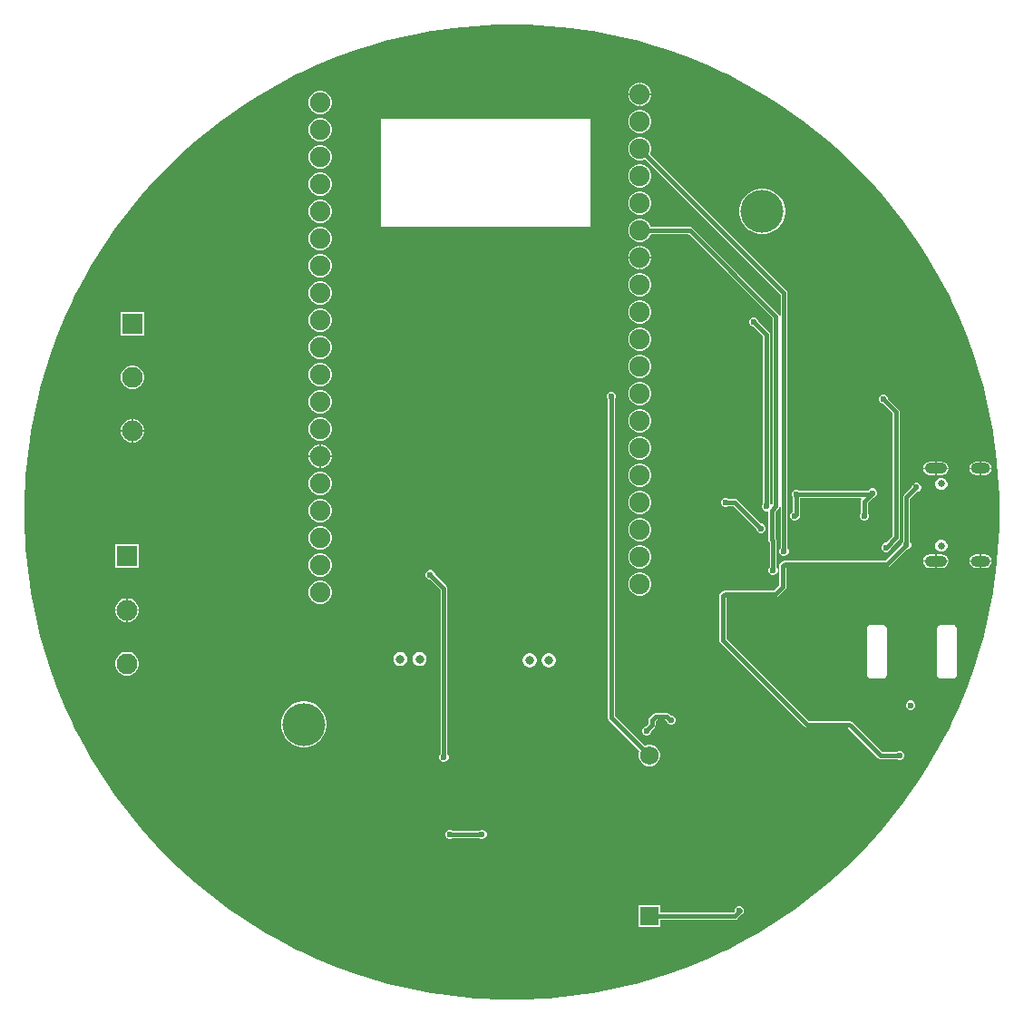
<source format=gbl>
G04*
G04 #@! TF.GenerationSoftware,Altium Limited,Altium Designer,23.3.1 (30)*
G04*
G04 Layer_Physical_Order=2*
G04 Layer_Color=16711680*
%FSLAX44Y44*%
%MOMM*%
G71*
G04*
G04 #@! TF.SameCoordinates,11343DF2-346A-4928-BBB7-4E1EB81EA5CC*
G04*
G04*
G04 #@! TF.FilePolarity,Positive*
G04*
G01*
G75*
G04:AMPARAMS|DCode=15|XSize=1mm|YSize=2.1mm|CornerRadius=0.5mm|HoleSize=0mm|Usage=FLASHONLY|Rotation=90.000|XOffset=0mm|YOffset=0mm|HoleType=Round|Shape=RoundedRectangle|*
%AMROUNDEDRECTD15*
21,1,1.0000,1.1000,0,0,90.0*
21,1,0.0000,2.1000,0,0,90.0*
1,1,1.0000,0.5500,0.0000*
1,1,1.0000,0.5500,0.0000*
1,1,1.0000,-0.5500,0.0000*
1,1,1.0000,-0.5500,0.0000*
%
%ADD15ROUNDEDRECTD15*%
G04:AMPARAMS|DCode=16|XSize=1mm|YSize=1.8mm|CornerRadius=0.5mm|HoleSize=0mm|Usage=FLASHONLY|Rotation=90.000|XOffset=0mm|YOffset=0mm|HoleType=Round|Shape=RoundedRectangle|*
%AMROUNDEDRECTD16*
21,1,1.0000,0.8000,0,0,90.0*
21,1,0.0000,1.8000,0,0,90.0*
1,1,1.0000,0.4000,0.0000*
1,1,1.0000,0.4000,0.0000*
1,1,1.0000,-0.4000,0.0000*
1,1,1.0000,-0.4000,0.0000*
%
%ADD16ROUNDEDRECTD16*%
%ADD60C,1.7500*%
%ADD61R,1.7500X1.7500*%
%ADD71C,0.3810*%
%ADD74C,1.9500*%
%ADD75R,1.9500X1.9500*%
%ADD76C,4.0000*%
%ADD77C,0.8000*%
%ADD78C,1.9050*%
%ADD79C,0.6000*%
%ADD80C,0.6500*%
G36*
X948291Y1396017D02*
X959416Y1395531D01*
X968653Y1394890D01*
X979771Y1393917D01*
X988931Y1392854D01*
X1000038Y1391392D01*
X1009069Y1389919D01*
X1020175Y1387961D01*
X1029012Y1386096D01*
X1040141Y1383629D01*
X1048677Y1381412D01*
X1059896Y1378406D01*
X1067892Y1375930D01*
X1079398Y1372302D01*
X1085993Y1369921D01*
X1098457Y1365385D01*
X1116808Y1357783D01*
X1128837Y1352174D01*
X1135176Y1349198D01*
X1145883Y1343625D01*
X1153282Y1339724D01*
X1163344Y1333915D01*
X1170944Y1329449D01*
X1180560Y1323323D01*
X1188125Y1318394D01*
X1197363Y1311925D01*
X1204791Y1306580D01*
X1213679Y1299761D01*
X1220908Y1294035D01*
X1229456Y1286862D01*
X1236442Y1280783D01*
X1244652Y1273259D01*
X1251363Y1266852D01*
X1259232Y1258983D01*
X1265640Y1252272D01*
X1273163Y1244062D01*
X1279242Y1237076D01*
X1286415Y1228528D01*
X1292141Y1221299D01*
X1298960Y1212411D01*
X1304305Y1204983D01*
X1310773Y1195745D01*
X1315703Y1188180D01*
X1321829Y1178564D01*
X1326295Y1170965D01*
X1332105Y1160902D01*
X1336004Y1153503D01*
X1341579Y1142796D01*
X1344554Y1136457D01*
X1350163Y1124428D01*
X1357765Y1106077D01*
X1362301Y1093614D01*
X1364682Y1087018D01*
X1368310Y1075513D01*
X1370786Y1067516D01*
X1373792Y1056297D01*
X1376009Y1047761D01*
X1378477Y1036632D01*
X1380341Y1027795D01*
X1382299Y1016689D01*
X1383772Y1007658D01*
X1385234Y996551D01*
X1386297Y987391D01*
X1387270Y976273D01*
X1387911Y967036D01*
X1388397Y955911D01*
X1388611Y946633D01*
Y935507D01*
X1388397Y926229D01*
X1387911Y915104D01*
X1387270Y905866D01*
X1386297Y894749D01*
X1385234Y885589D01*
X1383772Y874482D01*
X1382299Y865451D01*
X1380341Y854345D01*
X1378476Y845508D01*
X1376009Y834379D01*
X1373792Y825843D01*
X1370786Y814624D01*
X1368309Y806626D01*
X1364682Y795122D01*
X1362300Y788523D01*
X1357765Y776063D01*
X1350163Y757712D01*
X1344556Y745687D01*
X1341578Y739344D01*
X1336006Y728639D01*
X1332104Y721238D01*
X1326296Y711177D01*
X1321829Y703576D01*
X1315704Y693961D01*
X1310773Y686395D01*
X1304306Y677158D01*
X1298960Y669728D01*
X1292141Y660842D01*
X1286414Y653612D01*
X1279242Y645064D01*
X1273163Y638078D01*
X1265640Y629868D01*
X1259232Y623157D01*
X1251363Y615288D01*
X1244651Y608880D01*
X1236442Y601357D01*
X1229455Y595278D01*
X1220908Y588106D01*
X1213678Y582379D01*
X1204792Y575560D01*
X1197361Y570214D01*
X1188126Y563747D01*
X1180558Y558816D01*
X1170944Y552691D01*
X1163342Y548224D01*
X1153282Y542416D01*
X1145879Y538513D01*
X1135176Y532942D01*
X1128829Y529962D01*
X1116808Y524357D01*
X1098457Y516755D01*
X1086002Y512222D01*
X1079398Y509838D01*
X1067898Y506212D01*
X1059895Y503734D01*
X1048680Y500728D01*
X1040141Y498511D01*
X1029014Y496044D01*
X1020175Y494179D01*
X1009071Y492221D01*
X1000037Y490748D01*
X988933Y489286D01*
X979770Y488223D01*
X968655Y487251D01*
X959415Y486609D01*
X948291Y486123D01*
X939013Y485909D01*
X927887D01*
X918609Y486123D01*
X907485Y486609D01*
X898245Y487251D01*
X887130Y488223D01*
X877967Y489286D01*
X866863Y490748D01*
X857829Y492221D01*
X846725Y494179D01*
X837885Y496044D01*
X826759Y498511D01*
X818220Y500729D01*
X807005Y503734D01*
X799002Y506212D01*
X787503Y509837D01*
X780895Y512223D01*
X768443Y516755D01*
X750092Y524357D01*
X738075Y529960D01*
X731724Y532942D01*
X721023Y538512D01*
X713617Y542416D01*
X703560Y548223D01*
X695955Y552691D01*
X686343Y558815D01*
X678774Y563747D01*
X669540Y570213D01*
X662108Y575560D01*
X653223Y582378D01*
X645991Y588106D01*
X637445Y595277D01*
X630457Y601358D01*
X622249Y608880D01*
X615536Y615289D01*
X607669Y623156D01*
X601259Y629869D01*
X593738Y638077D01*
X587657Y645065D01*
X580486Y653611D01*
X574758Y660843D01*
X567940Y669728D01*
X562593Y677160D01*
X556127Y686394D01*
X551195Y693963D01*
X545071Y703575D01*
X540603Y711179D01*
X534796Y721237D01*
X530892Y728643D01*
X525322Y739344D01*
X522340Y745695D01*
X516737Y757712D01*
X509135Y776063D01*
X504603Y788515D01*
X502217Y795123D01*
X498592Y806621D01*
X496114Y814625D01*
X493109Y825839D01*
X490891Y834379D01*
X488424Y845505D01*
X486559Y854345D01*
X484602Y865449D01*
X483128Y874483D01*
X481666Y885587D01*
X480603Y894750D01*
X479631Y905865D01*
X478989Y915105D01*
X478503Y926229D01*
X478289Y935507D01*
Y946633D01*
X478503Y955911D01*
X478989Y967035D01*
X479631Y976275D01*
X480603Y987390D01*
X481666Y996553D01*
X483128Y1007657D01*
X484601Y1016691D01*
X486559Y1027795D01*
X488424Y1036634D01*
X490891Y1047761D01*
X493108Y1056300D01*
X496114Y1067515D01*
X498591Y1075517D01*
X502218Y1087018D01*
X504602Y1093622D01*
X509135Y1106077D01*
X516737Y1124428D01*
X522342Y1136449D01*
X525322Y1142796D01*
X530893Y1153499D01*
X534796Y1160902D01*
X540603Y1170962D01*
X545071Y1178564D01*
X551196Y1188178D01*
X556127Y1195746D01*
X562594Y1204981D01*
X567940Y1212412D01*
X574759Y1221298D01*
X580486Y1228528D01*
X587658Y1237075D01*
X593737Y1244062D01*
X601260Y1252272D01*
X607668Y1258983D01*
X615537Y1266852D01*
X622248Y1273260D01*
X630458Y1280782D01*
X637444Y1286862D01*
X645992Y1294034D01*
X653222Y1299761D01*
X662109Y1306580D01*
X669538Y1311926D01*
X678774Y1318393D01*
X686341Y1323324D01*
X695956Y1329449D01*
X703557Y1333916D01*
X713618Y1339724D01*
X721019Y1343626D01*
X731724Y1349198D01*
X738067Y1352176D01*
X750092Y1357783D01*
X768443Y1365385D01*
X780903Y1369920D01*
X787502Y1372302D01*
X799005Y1375929D01*
X807004Y1378406D01*
X818223Y1381412D01*
X826759Y1383629D01*
X837888Y1386096D01*
X846725Y1387961D01*
X857831Y1389919D01*
X866862Y1391392D01*
X877969Y1392854D01*
X887129Y1393917D01*
X898247Y1394890D01*
X907484Y1395531D01*
X918609Y1396017D01*
X927887Y1396231D01*
X939013D01*
X948291Y1396017D01*
D02*
G37*
%LPC*%
G36*
X1054251Y1341755D02*
X1053465D01*
Y1331595D01*
X1063625D01*
Y1332381D01*
X1062889Y1335127D01*
X1061468Y1337588D01*
X1059458Y1339598D01*
X1056997Y1341019D01*
X1054251Y1341755D01*
D02*
G37*
G36*
X1052195D02*
X1051409D01*
X1048663Y1341019D01*
X1046202Y1339598D01*
X1044192Y1337588D01*
X1042771Y1335127D01*
X1042035Y1332381D01*
Y1331595D01*
X1052195D01*
Y1341755D01*
D02*
G37*
G36*
X1063625Y1330325D02*
X1053465D01*
Y1320165D01*
X1054251D01*
X1056997Y1320901D01*
X1059458Y1322322D01*
X1061468Y1324332D01*
X1062889Y1326793D01*
X1063625Y1329539D01*
Y1330325D01*
D02*
G37*
G36*
X1052195D02*
X1042035D01*
Y1329539D01*
X1042771Y1326793D01*
X1044192Y1324332D01*
X1046202Y1322322D01*
X1048663Y1320901D01*
X1051409Y1320165D01*
X1052195D01*
Y1330325D01*
D02*
G37*
G36*
X755801Y1334135D02*
X752959D01*
X750213Y1333399D01*
X747752Y1331978D01*
X745742Y1329968D01*
X744321Y1327507D01*
X743585Y1324761D01*
Y1321919D01*
X744321Y1319173D01*
X745742Y1316712D01*
X747752Y1314702D01*
X750213Y1313281D01*
X752959Y1312545D01*
X755801D01*
X758547Y1313281D01*
X761008Y1314702D01*
X763018Y1316712D01*
X764439Y1319173D01*
X765175Y1321919D01*
Y1324761D01*
X764439Y1327507D01*
X763018Y1329968D01*
X761008Y1331978D01*
X758547Y1333399D01*
X755801Y1334135D01*
D02*
G37*
G36*
X1054251Y1316355D02*
X1051409D01*
X1048663Y1315619D01*
X1046202Y1314198D01*
X1044192Y1312188D01*
X1042771Y1309727D01*
X1042035Y1306981D01*
Y1304139D01*
X1042771Y1301393D01*
X1044192Y1298932D01*
X1046202Y1296922D01*
X1048663Y1295501D01*
X1051409Y1294765D01*
X1054251D01*
X1056997Y1295501D01*
X1059458Y1296922D01*
X1061468Y1298932D01*
X1062889Y1301393D01*
X1063625Y1304139D01*
Y1306981D01*
X1062889Y1309727D01*
X1061468Y1312188D01*
X1059458Y1314198D01*
X1056997Y1315619D01*
X1054251Y1316355D01*
D02*
G37*
G36*
X755801Y1308735D02*
X752959D01*
X750213Y1307999D01*
X747752Y1306578D01*
X745742Y1304568D01*
X744321Y1302107D01*
X743585Y1299361D01*
Y1296519D01*
X744321Y1293773D01*
X745742Y1291312D01*
X747752Y1289302D01*
X750213Y1287881D01*
X752959Y1287145D01*
X755801D01*
X758547Y1287881D01*
X761008Y1289302D01*
X763018Y1291312D01*
X764439Y1293773D01*
X765175Y1296519D01*
Y1299361D01*
X764439Y1302107D01*
X763018Y1304568D01*
X761008Y1306578D01*
X758547Y1307999D01*
X755801Y1308735D01*
D02*
G37*
G36*
Y1283335D02*
X752959D01*
X750213Y1282599D01*
X747752Y1281178D01*
X745742Y1279168D01*
X744321Y1276707D01*
X743585Y1273961D01*
Y1271119D01*
X744321Y1268373D01*
X745742Y1265912D01*
X747752Y1263902D01*
X750213Y1262481D01*
X752959Y1261745D01*
X755801D01*
X758547Y1262481D01*
X761008Y1263902D01*
X763018Y1265912D01*
X764439Y1268373D01*
X765175Y1271119D01*
Y1273961D01*
X764439Y1276707D01*
X763018Y1279168D01*
X761008Y1281178D01*
X758547Y1282599D01*
X755801Y1283335D01*
D02*
G37*
G36*
X1054251Y1265555D02*
X1051409D01*
X1048663Y1264819D01*
X1046202Y1263398D01*
X1044192Y1261388D01*
X1042771Y1258927D01*
X1042035Y1256181D01*
Y1253339D01*
X1042771Y1250593D01*
X1044192Y1248132D01*
X1046202Y1246122D01*
X1048663Y1244701D01*
X1051409Y1243965D01*
X1054251D01*
X1056997Y1244701D01*
X1059458Y1246122D01*
X1061468Y1248132D01*
X1062889Y1250593D01*
X1063625Y1253339D01*
Y1256181D01*
X1062889Y1258927D01*
X1061468Y1261388D01*
X1059458Y1263398D01*
X1056997Y1264819D01*
X1054251Y1265555D01*
D02*
G37*
G36*
X755801Y1257935D02*
X752959D01*
X750213Y1257199D01*
X747752Y1255778D01*
X745742Y1253768D01*
X744321Y1251307D01*
X743585Y1248561D01*
Y1245719D01*
X744321Y1242973D01*
X745742Y1240512D01*
X747752Y1238502D01*
X750213Y1237081D01*
X752959Y1236345D01*
X755801D01*
X758547Y1237081D01*
X761008Y1238502D01*
X763018Y1240512D01*
X764439Y1242973D01*
X765175Y1245719D01*
Y1248561D01*
X764439Y1251307D01*
X763018Y1253768D01*
X761008Y1255778D01*
X758547Y1257199D01*
X755801Y1257935D01*
D02*
G37*
G36*
X1054251Y1240155D02*
X1051409D01*
X1048663Y1239419D01*
X1046202Y1237998D01*
X1044192Y1235988D01*
X1042771Y1233527D01*
X1042035Y1230781D01*
Y1227939D01*
X1042771Y1225193D01*
X1044192Y1222732D01*
X1046202Y1220722D01*
X1048663Y1219301D01*
X1051409Y1218565D01*
X1054251D01*
X1056997Y1219301D01*
X1059458Y1220722D01*
X1061468Y1222732D01*
X1062889Y1225193D01*
X1063625Y1227939D01*
Y1230781D01*
X1062889Y1233527D01*
X1061468Y1235988D01*
X1059458Y1237998D01*
X1056997Y1239419D01*
X1054251Y1240155D01*
D02*
G37*
G36*
X755801Y1232535D02*
X752959D01*
X750213Y1231799D01*
X747752Y1230378D01*
X745742Y1228368D01*
X744321Y1225907D01*
X743585Y1223161D01*
Y1220319D01*
X744321Y1217573D01*
X745742Y1215112D01*
X747752Y1213102D01*
X750213Y1211681D01*
X752959Y1210945D01*
X755801D01*
X758547Y1211681D01*
X761008Y1213102D01*
X763018Y1215112D01*
X764439Y1217573D01*
X765175Y1220319D01*
Y1223161D01*
X764439Y1225907D01*
X763018Y1228368D01*
X761008Y1230378D01*
X758547Y1231799D01*
X755801Y1232535D01*
D02*
G37*
G36*
X1007110Y1308100D02*
X811530D01*
Y1207770D01*
X1007110D01*
Y1308100D01*
D02*
G37*
G36*
X1169225Y1243010D02*
X1165035D01*
X1160926Y1242193D01*
X1157055Y1240589D01*
X1153571Y1238261D01*
X1150609Y1235299D01*
X1148281Y1231815D01*
X1146677Y1227944D01*
X1145860Y1223835D01*
Y1219645D01*
X1146677Y1215536D01*
X1148281Y1211665D01*
X1150609Y1208181D01*
X1153571Y1205219D01*
X1157055Y1202891D01*
X1160926Y1201287D01*
X1165035Y1200470D01*
X1169225D01*
X1173334Y1201287D01*
X1177205Y1202891D01*
X1180689Y1205219D01*
X1183652Y1208181D01*
X1185979Y1211665D01*
X1187583Y1215536D01*
X1188400Y1219645D01*
Y1223835D01*
X1187583Y1227944D01*
X1185979Y1231815D01*
X1183652Y1235299D01*
X1180689Y1238261D01*
X1177205Y1240589D01*
X1173334Y1242193D01*
X1169225Y1243010D01*
D02*
G37*
G36*
X755801Y1207135D02*
X752959D01*
X750213Y1206399D01*
X747752Y1204978D01*
X745742Y1202968D01*
X744321Y1200507D01*
X743585Y1197761D01*
Y1194919D01*
X744321Y1192173D01*
X745742Y1189712D01*
X747752Y1187702D01*
X750213Y1186281D01*
X752959Y1185545D01*
X755801D01*
X758547Y1186281D01*
X761008Y1187702D01*
X763018Y1189712D01*
X764439Y1192173D01*
X765175Y1194919D01*
Y1197761D01*
X764439Y1200507D01*
X763018Y1202968D01*
X761008Y1204978D01*
X758547Y1206399D01*
X755801Y1207135D01*
D02*
G37*
G36*
X1054251Y1189355D02*
X1053465D01*
Y1179195D01*
X1063625D01*
Y1179981D01*
X1062889Y1182727D01*
X1061468Y1185188D01*
X1059458Y1187198D01*
X1056997Y1188619D01*
X1054251Y1189355D01*
D02*
G37*
G36*
X1052195D02*
X1051409D01*
X1048663Y1188619D01*
X1046202Y1187198D01*
X1044192Y1185188D01*
X1042771Y1182727D01*
X1042035Y1179981D01*
Y1179195D01*
X1052195D01*
Y1189355D01*
D02*
G37*
G36*
X1063625Y1177925D02*
X1053465D01*
Y1167765D01*
X1054251D01*
X1056997Y1168501D01*
X1059458Y1169922D01*
X1061468Y1171932D01*
X1062889Y1174393D01*
X1063625Y1177139D01*
Y1177925D01*
D02*
G37*
G36*
X1052195D02*
X1042035D01*
Y1177139D01*
X1042771Y1174393D01*
X1044192Y1171932D01*
X1046202Y1169922D01*
X1048663Y1168501D01*
X1051409Y1167765D01*
X1052195D01*
Y1177925D01*
D02*
G37*
G36*
X755801Y1181735D02*
X752959D01*
X750213Y1180999D01*
X747752Y1179578D01*
X745742Y1177568D01*
X744321Y1175107D01*
X743585Y1172361D01*
Y1169519D01*
X744321Y1166773D01*
X745742Y1164312D01*
X747752Y1162302D01*
X750213Y1160881D01*
X752959Y1160145D01*
X755801D01*
X758547Y1160881D01*
X761008Y1162302D01*
X763018Y1164312D01*
X764439Y1166773D01*
X765175Y1169519D01*
Y1172361D01*
X764439Y1175107D01*
X763018Y1177568D01*
X761008Y1179578D01*
X758547Y1180999D01*
X755801Y1181735D01*
D02*
G37*
G36*
X1054251Y1163955D02*
X1051409D01*
X1048663Y1163219D01*
X1046202Y1161798D01*
X1044192Y1159788D01*
X1042771Y1157327D01*
X1042035Y1154581D01*
Y1151739D01*
X1042771Y1148993D01*
X1044192Y1146532D01*
X1046202Y1144522D01*
X1048663Y1143101D01*
X1051409Y1142365D01*
X1054251D01*
X1056997Y1143101D01*
X1059458Y1144522D01*
X1061468Y1146532D01*
X1062889Y1148993D01*
X1063625Y1151739D01*
Y1154581D01*
X1062889Y1157327D01*
X1061468Y1159788D01*
X1059458Y1161798D01*
X1056997Y1163219D01*
X1054251Y1163955D01*
D02*
G37*
G36*
X755801Y1156335D02*
X752959D01*
X750213Y1155599D01*
X747752Y1154178D01*
X745742Y1152168D01*
X744321Y1149707D01*
X743585Y1146961D01*
Y1144119D01*
X744321Y1141373D01*
X745742Y1138912D01*
X747752Y1136902D01*
X750213Y1135481D01*
X752959Y1134745D01*
X755801D01*
X758547Y1135481D01*
X761008Y1136902D01*
X763018Y1138912D01*
X764439Y1141373D01*
X765175Y1144119D01*
Y1146961D01*
X764439Y1149707D01*
X763018Y1152168D01*
X761008Y1154178D01*
X758547Y1155599D01*
X755801Y1156335D01*
D02*
G37*
G36*
X1054251Y1290955D02*
X1051409D01*
X1048663Y1290219D01*
X1046202Y1288798D01*
X1044192Y1286788D01*
X1042771Y1284327D01*
X1042035Y1281581D01*
Y1278739D01*
X1042771Y1275993D01*
X1044192Y1273532D01*
X1046202Y1271522D01*
X1048663Y1270101D01*
X1051409Y1269365D01*
X1054251D01*
X1056997Y1270101D01*
X1057830Y1270582D01*
X1184213Y1144199D01*
Y1124543D01*
X1182943Y1124418D01*
X1182821Y1125032D01*
X1182119Y1126082D01*
X1101952Y1206249D01*
X1100902Y1206951D01*
X1099663Y1207197D01*
X1063138D01*
X1062889Y1208127D01*
X1061468Y1210588D01*
X1059458Y1212598D01*
X1056997Y1214019D01*
X1054251Y1214755D01*
X1051409D01*
X1048663Y1214019D01*
X1046202Y1212598D01*
X1044192Y1210588D01*
X1042771Y1208127D01*
X1042035Y1205381D01*
Y1202539D01*
X1042771Y1199793D01*
X1044192Y1197332D01*
X1046202Y1195322D01*
X1048663Y1193901D01*
X1051409Y1193165D01*
X1054251D01*
X1056997Y1193901D01*
X1059458Y1195322D01*
X1061468Y1197332D01*
X1062889Y1199793D01*
X1063138Y1200723D01*
X1098322D01*
X1176593Y1122452D01*
Y948731D01*
X1176062Y948300D01*
X1174560Y948608D01*
X1174177Y948990D01*
Y1106746D01*
X1173931Y1107985D01*
X1173229Y1109035D01*
X1163550Y1118714D01*
Y1119255D01*
X1162900Y1120825D01*
X1161699Y1122026D01*
X1160130Y1122676D01*
X1158431D01*
X1156861Y1122026D01*
X1155660Y1120825D01*
X1155010Y1119255D01*
Y1117557D01*
X1155660Y1115987D01*
X1156861Y1114786D01*
X1158431Y1114136D01*
X1158972D01*
X1167703Y1105405D01*
Y948990D01*
X1167320Y948608D01*
X1166670Y947038D01*
Y945340D01*
X1167320Y943770D01*
X1168521Y942569D01*
X1170091Y941919D01*
X1171789D01*
X1172783Y941255D01*
Y915429D01*
X1173029Y914191D01*
X1173731Y913140D01*
X1174053Y912818D01*
Y889261D01*
X1173670Y888879D01*
X1173020Y887309D01*
Y885611D01*
X1173670Y884041D01*
X1174871Y882840D01*
X1176441Y882190D01*
X1178139D01*
X1179709Y882840D01*
X1180910Y884041D01*
X1181560Y885611D01*
Y887309D01*
X1180910Y888879D01*
X1180527Y889261D01*
Y914159D01*
X1180281Y915398D01*
X1179579Y916448D01*
X1179257Y916770D01*
Y941195D01*
X1182119Y944057D01*
X1182821Y945107D01*
X1182943Y945721D01*
X1184213Y945595D01*
Y907041D01*
X1183830Y906659D01*
X1183180Y905089D01*
Y903391D01*
X1183830Y901821D01*
X1185031Y900620D01*
X1186601Y899970D01*
X1188299D01*
X1189869Y900620D01*
X1191070Y901821D01*
X1191720Y903391D01*
Y905089D01*
X1191070Y906659D01*
X1190687Y907041D01*
Y1145540D01*
X1190441Y1146779D01*
X1189739Y1147829D01*
X1062408Y1275160D01*
X1062889Y1275993D01*
X1063625Y1278739D01*
Y1281581D01*
X1062889Y1284327D01*
X1061468Y1286788D01*
X1059458Y1288798D01*
X1056997Y1290219D01*
X1054251Y1290955D01*
D02*
G37*
G36*
Y1138555D02*
X1051409D01*
X1048663Y1137819D01*
X1046202Y1136398D01*
X1044192Y1134388D01*
X1042771Y1131927D01*
X1042035Y1129181D01*
Y1126339D01*
X1042771Y1123593D01*
X1044192Y1121132D01*
X1046202Y1119122D01*
X1048663Y1117701D01*
X1051409Y1116965D01*
X1054251D01*
X1056997Y1117701D01*
X1059458Y1119122D01*
X1061468Y1121132D01*
X1062889Y1123593D01*
X1063625Y1126339D01*
Y1129181D01*
X1062889Y1131927D01*
X1061468Y1134388D01*
X1059458Y1136398D01*
X1056997Y1137819D01*
X1054251Y1138555D01*
D02*
G37*
G36*
X755801Y1130935D02*
X752959D01*
X750213Y1130199D01*
X747752Y1128778D01*
X745742Y1126768D01*
X744321Y1124307D01*
X743585Y1121561D01*
Y1118719D01*
X744321Y1115973D01*
X745742Y1113512D01*
X747752Y1111502D01*
X750213Y1110081D01*
X752959Y1109345D01*
X755801D01*
X758547Y1110081D01*
X761008Y1111502D01*
X763018Y1113512D01*
X764439Y1115973D01*
X765175Y1118719D01*
Y1121561D01*
X764439Y1124307D01*
X763018Y1126768D01*
X761008Y1128778D01*
X758547Y1130199D01*
X755801Y1130935D01*
D02*
G37*
G36*
X590140Y1127820D02*
X568100D01*
Y1105780D01*
X590140D01*
Y1127820D01*
D02*
G37*
G36*
X1054251Y1113155D02*
X1051409D01*
X1048663Y1112419D01*
X1046202Y1110998D01*
X1044192Y1108988D01*
X1042771Y1106527D01*
X1042035Y1103781D01*
Y1100939D01*
X1042771Y1098193D01*
X1044192Y1095732D01*
X1046202Y1093722D01*
X1048663Y1092301D01*
X1051409Y1091565D01*
X1054251D01*
X1056997Y1092301D01*
X1059458Y1093722D01*
X1061468Y1095732D01*
X1062889Y1098193D01*
X1063625Y1100939D01*
Y1103781D01*
X1062889Y1106527D01*
X1061468Y1108988D01*
X1059458Y1110998D01*
X1056997Y1112419D01*
X1054251Y1113155D01*
D02*
G37*
G36*
X755801Y1105535D02*
X752959D01*
X750213Y1104799D01*
X747752Y1103378D01*
X745742Y1101368D01*
X744321Y1098907D01*
X743585Y1096161D01*
Y1093319D01*
X744321Y1090573D01*
X745742Y1088112D01*
X747752Y1086102D01*
X750213Y1084681D01*
X752959Y1083945D01*
X755801D01*
X758547Y1084681D01*
X761008Y1086102D01*
X763018Y1088112D01*
X764439Y1090573D01*
X765175Y1093319D01*
Y1096161D01*
X764439Y1098907D01*
X763018Y1101368D01*
X761008Y1103378D01*
X758547Y1104799D01*
X755801Y1105535D01*
D02*
G37*
G36*
X1054251Y1087755D02*
X1051409D01*
X1048663Y1087019D01*
X1046202Y1085598D01*
X1044192Y1083588D01*
X1042771Y1081127D01*
X1042035Y1078381D01*
Y1075539D01*
X1042771Y1072793D01*
X1044192Y1070332D01*
X1046202Y1068322D01*
X1048663Y1066901D01*
X1051409Y1066165D01*
X1054251D01*
X1056997Y1066901D01*
X1059458Y1068322D01*
X1061468Y1070332D01*
X1062889Y1072793D01*
X1063625Y1075539D01*
Y1078381D01*
X1062889Y1081127D01*
X1061468Y1083588D01*
X1059458Y1085598D01*
X1056997Y1087019D01*
X1054251Y1087755D01*
D02*
G37*
G36*
X755801Y1080135D02*
X752959D01*
X750213Y1079399D01*
X747752Y1077978D01*
X745742Y1075968D01*
X744321Y1073507D01*
X743585Y1070761D01*
Y1067919D01*
X744321Y1065173D01*
X745742Y1062712D01*
X747752Y1060702D01*
X750213Y1059281D01*
X752959Y1058545D01*
X755801D01*
X758547Y1059281D01*
X761008Y1060702D01*
X763018Y1062712D01*
X764439Y1065173D01*
X765175Y1067919D01*
Y1070761D01*
X764439Y1073507D01*
X763018Y1075968D01*
X761008Y1077978D01*
X758547Y1079399D01*
X755801Y1080135D01*
D02*
G37*
G36*
X580571Y1077820D02*
X577669D01*
X574866Y1077069D01*
X572354Y1075618D01*
X570302Y1073567D01*
X568851Y1071054D01*
X568100Y1068251D01*
Y1065349D01*
X568851Y1062546D01*
X570302Y1060034D01*
X572354Y1057982D01*
X574866Y1056531D01*
X577669Y1055780D01*
X580571D01*
X583374Y1056531D01*
X585886Y1057982D01*
X587938Y1060034D01*
X589389Y1062546D01*
X590140Y1065349D01*
Y1068251D01*
X589389Y1071054D01*
X587938Y1073567D01*
X585886Y1075618D01*
X583374Y1077069D01*
X580571Y1077820D01*
D02*
G37*
G36*
X1054251Y1062355D02*
X1051409D01*
X1048663Y1061619D01*
X1046202Y1060198D01*
X1044192Y1058188D01*
X1042771Y1055727D01*
X1042035Y1052981D01*
Y1050139D01*
X1042771Y1047393D01*
X1044192Y1044932D01*
X1046202Y1042922D01*
X1048663Y1041501D01*
X1051409Y1040765D01*
X1054251D01*
X1056997Y1041501D01*
X1059458Y1042922D01*
X1061468Y1044932D01*
X1062889Y1047393D01*
X1063625Y1050139D01*
Y1052981D01*
X1062889Y1055727D01*
X1061468Y1058188D01*
X1059458Y1060198D01*
X1056997Y1061619D01*
X1054251Y1062355D01*
D02*
G37*
G36*
X755801Y1054735D02*
X752959D01*
X750213Y1053999D01*
X747752Y1052578D01*
X745742Y1050568D01*
X744321Y1048107D01*
X743585Y1045361D01*
Y1042519D01*
X744321Y1039773D01*
X745742Y1037312D01*
X747752Y1035302D01*
X750213Y1033881D01*
X752959Y1033145D01*
X755801D01*
X758547Y1033881D01*
X761008Y1035302D01*
X763018Y1037312D01*
X764439Y1039773D01*
X765175Y1042519D01*
Y1045361D01*
X764439Y1048107D01*
X763018Y1050568D01*
X761008Y1052578D01*
X758547Y1053999D01*
X755801Y1054735D01*
D02*
G37*
G36*
X580571Y1027820D02*
X579755D01*
Y1017435D01*
X590140D01*
Y1018251D01*
X589389Y1021054D01*
X587938Y1023567D01*
X585886Y1025618D01*
X583374Y1027069D01*
X580571Y1027820D01*
D02*
G37*
G36*
X578485D02*
X577669D01*
X574866Y1027069D01*
X572354Y1025618D01*
X570302Y1023567D01*
X568851Y1021054D01*
X568100Y1018251D01*
Y1017435D01*
X578485D01*
Y1027820D01*
D02*
G37*
G36*
X1054251Y1036955D02*
X1051409D01*
X1048663Y1036219D01*
X1046202Y1034798D01*
X1044192Y1032788D01*
X1042771Y1030327D01*
X1042035Y1027581D01*
Y1024739D01*
X1042771Y1021993D01*
X1044192Y1019532D01*
X1046202Y1017522D01*
X1048663Y1016101D01*
X1051409Y1015365D01*
X1054251D01*
X1056997Y1016101D01*
X1059458Y1017522D01*
X1061468Y1019532D01*
X1062889Y1021993D01*
X1063625Y1024739D01*
Y1027581D01*
X1062889Y1030327D01*
X1061468Y1032788D01*
X1059458Y1034798D01*
X1056997Y1036219D01*
X1054251Y1036955D01*
D02*
G37*
G36*
X755801Y1029335D02*
X752959D01*
X750213Y1028599D01*
X747752Y1027178D01*
X745742Y1025168D01*
X744321Y1022707D01*
X743585Y1019961D01*
Y1017119D01*
X744321Y1014373D01*
X745742Y1011912D01*
X747752Y1009902D01*
X750213Y1008481D01*
X752959Y1007745D01*
X755801D01*
X758547Y1008481D01*
X761008Y1009902D01*
X763018Y1011912D01*
X764439Y1014373D01*
X765175Y1017119D01*
Y1019961D01*
X764439Y1022707D01*
X763018Y1025168D01*
X761008Y1027178D01*
X758547Y1028599D01*
X755801Y1029335D01*
D02*
G37*
G36*
X590140Y1016165D02*
X579755D01*
Y1005780D01*
X580571D01*
X583374Y1006531D01*
X585886Y1007982D01*
X587938Y1010034D01*
X589389Y1012547D01*
X590140Y1015349D01*
Y1016165D01*
D02*
G37*
G36*
X578485D02*
X568100D01*
Y1015349D01*
X568851Y1012547D01*
X570302Y1010034D01*
X572354Y1007982D01*
X574866Y1006531D01*
X577669Y1005780D01*
X578485D01*
Y1016165D01*
D02*
G37*
G36*
X755801Y1003935D02*
X755015D01*
Y993775D01*
X765175D01*
Y994561D01*
X764439Y997307D01*
X763018Y999768D01*
X761008Y1001778D01*
X758547Y1003199D01*
X755801Y1003935D01*
D02*
G37*
G36*
X753745D02*
X752959D01*
X750213Y1003199D01*
X747752Y1001778D01*
X745742Y999768D01*
X744321Y997307D01*
X743585Y994561D01*
Y993775D01*
X753745D01*
Y1003935D01*
D02*
G37*
G36*
X1054251Y1011555D02*
X1051409D01*
X1048663Y1010819D01*
X1046202Y1009398D01*
X1044192Y1007388D01*
X1042771Y1004927D01*
X1042035Y1002181D01*
Y999339D01*
X1042771Y996593D01*
X1044192Y994132D01*
X1046202Y992122D01*
X1048663Y990701D01*
X1051409Y989965D01*
X1054251D01*
X1056997Y990701D01*
X1059458Y992122D01*
X1061468Y994132D01*
X1062889Y996593D01*
X1063625Y999339D01*
Y1002181D01*
X1062889Y1004927D01*
X1061468Y1007388D01*
X1059458Y1009398D01*
X1056997Y1010819D01*
X1054251Y1011555D01*
D02*
G37*
G36*
X1374920Y988123D02*
X1371555D01*
Y982365D01*
X1381187D01*
X1380826Y984176D01*
X1379440Y986250D01*
X1377366Y987636D01*
X1374920Y988123D01*
D02*
G37*
G36*
X1370285D02*
X1366920D01*
X1364474Y987636D01*
X1362400Y986250D01*
X1361014Y984176D01*
X1360654Y982365D01*
X1370285D01*
Y988123D01*
D02*
G37*
G36*
X1334620D02*
X1329755D01*
Y982365D01*
X1340887D01*
X1340526Y984176D01*
X1339140Y986250D01*
X1337066Y987636D01*
X1334620Y988123D01*
D02*
G37*
G36*
X1328485D02*
X1323620D01*
X1321174Y987636D01*
X1319100Y986250D01*
X1317714Y984176D01*
X1317354Y982365D01*
X1328485D01*
Y988123D01*
D02*
G37*
G36*
X765175Y992505D02*
X755015D01*
Y982345D01*
X755801D01*
X758547Y983081D01*
X761008Y984502D01*
X763018Y986512D01*
X764439Y988973D01*
X765175Y991719D01*
Y992505D01*
D02*
G37*
G36*
X753745D02*
X743585D01*
Y991719D01*
X744321Y988973D01*
X745742Y986512D01*
X747752Y984502D01*
X750213Y983081D01*
X752959Y982345D01*
X753745D01*
Y992505D01*
D02*
G37*
G36*
X1381187Y981095D02*
X1371555D01*
Y975337D01*
X1374920D01*
X1377366Y975824D01*
X1379440Y977210D01*
X1380826Y979284D01*
X1381187Y981095D01*
D02*
G37*
G36*
X1370285D02*
X1360654D01*
X1361014Y979284D01*
X1362400Y977210D01*
X1364474Y975824D01*
X1366920Y975337D01*
X1370285D01*
Y981095D01*
D02*
G37*
G36*
X1340887Y981095D02*
X1329755D01*
Y975337D01*
X1334620D01*
X1337066Y975824D01*
X1339140Y977210D01*
X1340526Y979284D01*
X1340887Y981095D01*
D02*
G37*
G36*
X1328485D02*
X1317354D01*
X1317714Y979284D01*
X1319100Y977210D01*
X1321174Y975824D01*
X1323620Y975337D01*
X1328485D01*
Y981095D01*
D02*
G37*
G36*
X1054251Y986155D02*
X1051409D01*
X1048663Y985419D01*
X1046202Y983998D01*
X1044192Y981988D01*
X1042771Y979527D01*
X1042035Y976781D01*
Y973939D01*
X1042771Y971193D01*
X1044192Y968732D01*
X1046202Y966722D01*
X1048663Y965301D01*
X1051409Y964565D01*
X1054251D01*
X1056997Y965301D01*
X1059458Y966722D01*
X1061468Y968732D01*
X1062889Y971193D01*
X1063625Y973939D01*
Y976781D01*
X1062889Y979527D01*
X1061468Y981988D01*
X1059458Y983998D01*
X1056997Y985419D01*
X1054251Y986155D01*
D02*
G37*
G36*
X1335264Y973180D02*
X1332976D01*
X1330863Y972305D01*
X1329245Y970687D01*
X1328370Y968574D01*
Y966286D01*
X1329245Y964173D01*
X1330863Y962555D01*
X1332976Y961680D01*
X1335264D01*
X1337377Y962555D01*
X1338995Y964173D01*
X1339870Y966286D01*
Y968574D01*
X1338995Y970687D01*
X1337377Y972305D01*
X1335264Y973180D01*
D02*
G37*
G36*
X1270849Y963120D02*
X1269151D01*
X1267581Y962470D01*
X1266380Y961269D01*
X1266193Y960817D01*
X1201681D01*
X1201299Y961200D01*
X1199729Y961850D01*
X1198031D01*
X1196461Y961200D01*
X1195260Y959999D01*
X1194610Y958429D01*
Y956731D01*
X1195260Y955161D01*
X1195643Y954779D01*
Y941067D01*
X1195191Y940880D01*
X1193990Y939679D01*
X1193340Y938109D01*
Y936411D01*
X1193990Y934841D01*
X1195191Y933640D01*
X1196761Y932990D01*
X1198459D01*
X1200029Y933640D01*
X1201230Y934841D01*
X1201880Y936411D01*
Y937930D01*
X1202117Y939123D01*
Y954343D01*
X1259212D01*
X1259793Y953073D01*
X1259389Y952469D01*
X1259143Y951230D01*
Y940061D01*
X1258760Y939679D01*
X1258110Y938109D01*
Y936411D01*
X1258760Y934841D01*
X1259961Y933640D01*
X1261531Y932990D01*
X1263229D01*
X1264799Y933640D01*
X1266000Y934841D01*
X1266650Y936411D01*
Y938109D01*
X1266000Y939679D01*
X1265617Y940061D01*
Y949889D01*
X1270308Y954580D01*
X1270849D01*
X1272419Y955230D01*
X1273620Y956431D01*
X1274270Y958001D01*
Y959699D01*
X1273620Y961269D01*
X1272419Y962470D01*
X1270849Y963120D01*
D02*
G37*
G36*
X755801Y978535D02*
X752959D01*
X750213Y977799D01*
X747752Y976378D01*
X745742Y974368D01*
X744321Y971907D01*
X743585Y969161D01*
Y966319D01*
X744321Y963573D01*
X745742Y961112D01*
X747752Y959102D01*
X750213Y957681D01*
X752959Y956945D01*
X755801D01*
X758547Y957681D01*
X761008Y959102D01*
X763018Y961112D01*
X764439Y963573D01*
X765175Y966319D01*
Y969161D01*
X764439Y971907D01*
X763018Y974368D01*
X761008Y976378D01*
X758547Y977799D01*
X755801Y978535D01*
D02*
G37*
G36*
X1054251Y960755D02*
X1051409D01*
X1048663Y960019D01*
X1046202Y958598D01*
X1044192Y956588D01*
X1042771Y954127D01*
X1042035Y951381D01*
Y948539D01*
X1042771Y945793D01*
X1044192Y943332D01*
X1046202Y941322D01*
X1048663Y939901D01*
X1051409Y939165D01*
X1054251D01*
X1056997Y939901D01*
X1059458Y941322D01*
X1061468Y943332D01*
X1062889Y945793D01*
X1063625Y948539D01*
Y951381D01*
X1062889Y954127D01*
X1061468Y956588D01*
X1059458Y958598D01*
X1056997Y960019D01*
X1054251Y960755D01*
D02*
G37*
G36*
X755801Y953135D02*
X752959D01*
X750213Y952399D01*
X747752Y950978D01*
X745742Y948968D01*
X744321Y946507D01*
X743585Y943761D01*
Y940919D01*
X744321Y938173D01*
X745742Y935712D01*
X747752Y933702D01*
X750213Y932281D01*
X752959Y931545D01*
X755801D01*
X758547Y932281D01*
X761008Y933702D01*
X763018Y935712D01*
X764439Y938173D01*
X765175Y940919D01*
Y943761D01*
X764439Y946507D01*
X763018Y948968D01*
X761008Y950978D01*
X758547Y952399D01*
X755801Y953135D01*
D02*
G37*
G36*
X1133689Y954230D02*
X1131991D01*
X1130421Y953580D01*
X1129220Y952379D01*
X1128570Y950809D01*
Y949111D01*
X1129220Y947541D01*
X1130421Y946340D01*
X1131991Y945690D01*
X1133689D01*
X1135259Y946340D01*
X1135641Y946723D01*
X1140389D01*
X1161590Y925522D01*
Y924981D01*
X1162240Y923411D01*
X1163441Y922210D01*
X1165011Y921560D01*
X1166709D01*
X1168279Y922210D01*
X1169480Y923411D01*
X1170130Y924981D01*
Y926679D01*
X1169480Y928249D01*
X1168279Y929450D01*
X1166709Y930100D01*
X1166168D01*
X1144019Y952249D01*
X1142969Y952951D01*
X1141730Y953197D01*
X1135641D01*
X1135259Y953580D01*
X1133689Y954230D01*
D02*
G37*
G36*
X1054251Y935355D02*
X1051409D01*
X1048663Y934619D01*
X1046202Y933198D01*
X1044192Y931188D01*
X1042771Y928727D01*
X1042035Y925981D01*
Y923139D01*
X1042771Y920393D01*
X1044192Y917932D01*
X1046202Y915922D01*
X1048663Y914501D01*
X1051409Y913765D01*
X1054251D01*
X1056997Y914501D01*
X1059458Y915922D01*
X1061468Y917932D01*
X1062889Y920393D01*
X1063625Y923139D01*
Y925981D01*
X1062889Y928727D01*
X1061468Y931188D01*
X1059458Y933198D01*
X1056997Y934619D01*
X1054251Y935355D01*
D02*
G37*
G36*
X755801Y927735D02*
X752959D01*
X750213Y926999D01*
X747752Y925578D01*
X745742Y923568D01*
X744321Y921107D01*
X743585Y918361D01*
Y915519D01*
X744321Y912773D01*
X745742Y910312D01*
X747752Y908302D01*
X750213Y906881D01*
X752959Y906145D01*
X755801D01*
X758547Y906881D01*
X761008Y908302D01*
X763018Y910312D01*
X764439Y912773D01*
X765175Y915519D01*
Y918361D01*
X764439Y921107D01*
X763018Y923568D01*
X761008Y925578D01*
X758547Y926999D01*
X755801Y927735D01*
D02*
G37*
G36*
X1335264Y915380D02*
X1332976D01*
X1330863Y914505D01*
X1329245Y912887D01*
X1328370Y910774D01*
Y908486D01*
X1329245Y906373D01*
X1330863Y904755D01*
X1332976Y903880D01*
X1335264D01*
X1337377Y904755D01*
X1338995Y906373D01*
X1339870Y908486D01*
Y910774D01*
X1338995Y912887D01*
X1337377Y914505D01*
X1335264Y915380D01*
D02*
G37*
G36*
X1281009Y1050750D02*
X1279311D01*
X1277741Y1050100D01*
X1276540Y1048899D01*
X1275890Y1047329D01*
Y1045631D01*
X1276540Y1044061D01*
X1277741Y1042860D01*
X1279311Y1042210D01*
X1279852D01*
X1288976Y1033086D01*
Y918904D01*
X1282392Y912320D01*
X1281851D01*
X1280281Y911670D01*
X1279080Y910469D01*
X1278430Y908899D01*
Y907201D01*
X1279080Y905631D01*
X1280281Y904430D01*
X1281851Y903780D01*
X1283549D01*
X1285119Y904430D01*
X1286320Y905631D01*
X1286970Y907201D01*
Y907742D01*
X1294503Y915275D01*
X1295204Y916325D01*
X1295451Y917563D01*
Y1034426D01*
X1295204Y1035665D01*
X1294503Y1036715D01*
X1284430Y1046788D01*
Y1047329D01*
X1283780Y1048899D01*
X1282579Y1050100D01*
X1281009Y1050750D01*
D02*
G37*
G36*
X1374920Y901723D02*
X1371555D01*
Y895965D01*
X1381187D01*
X1380826Y897776D01*
X1379440Y899850D01*
X1377366Y901236D01*
X1374920Y901723D01*
D02*
G37*
G36*
X1370285D02*
X1366920D01*
X1364474Y901236D01*
X1362400Y899850D01*
X1361014Y897776D01*
X1360654Y895965D01*
X1370285D01*
Y901723D01*
D02*
G37*
G36*
X1334620D02*
X1329755D01*
Y895965D01*
X1340887D01*
X1340526Y897776D01*
X1339140Y899850D01*
X1337066Y901236D01*
X1334620Y901723D01*
D02*
G37*
G36*
X1328485D02*
X1323620D01*
X1321174Y901236D01*
X1319100Y899850D01*
X1317714Y897776D01*
X1317353Y895965D01*
X1328485D01*
Y901723D01*
D02*
G37*
G36*
X1381187Y894695D02*
X1371555D01*
Y888937D01*
X1374920D01*
X1377366Y889424D01*
X1379440Y890810D01*
X1380826Y892884D01*
X1381187Y894695D01*
D02*
G37*
G36*
X1370285D02*
X1360654D01*
X1361014Y892884D01*
X1362400Y890810D01*
X1364474Y889424D01*
X1366920Y888937D01*
X1370285D01*
Y894695D01*
D02*
G37*
G36*
X1340887Y894695D02*
X1329755D01*
Y888937D01*
X1334620D01*
X1337066Y889424D01*
X1339140Y890810D01*
X1340526Y892884D01*
X1340887Y894695D01*
D02*
G37*
G36*
X1328485D02*
X1317354D01*
X1317714Y892884D01*
X1319100Y890810D01*
X1321174Y889424D01*
X1323620Y888937D01*
X1328485D01*
Y894695D01*
D02*
G37*
G36*
X585060Y910650D02*
X563020D01*
Y888610D01*
X585060D01*
Y910650D01*
D02*
G37*
G36*
X1054251Y909955D02*
X1051409D01*
X1048663Y909219D01*
X1046202Y907798D01*
X1044192Y905788D01*
X1042771Y903327D01*
X1042035Y900581D01*
Y897739D01*
X1042771Y894993D01*
X1044192Y892532D01*
X1046202Y890522D01*
X1048663Y889101D01*
X1051409Y888365D01*
X1054251D01*
X1056997Y889101D01*
X1059458Y890522D01*
X1061468Y892532D01*
X1062889Y894993D01*
X1063625Y897739D01*
Y900581D01*
X1062889Y903327D01*
X1061468Y905788D01*
X1059458Y907798D01*
X1056997Y909219D01*
X1054251Y909955D01*
D02*
G37*
G36*
X755801Y902335D02*
X752959D01*
X750213Y901599D01*
X747752Y900178D01*
X745742Y898168D01*
X744321Y895707D01*
X743585Y892961D01*
Y890119D01*
X744321Y887373D01*
X745742Y884912D01*
X747752Y882902D01*
X750213Y881481D01*
X752959Y880745D01*
X755801D01*
X758547Y881481D01*
X761008Y882902D01*
X763018Y884912D01*
X764439Y887373D01*
X765175Y890119D01*
Y892961D01*
X764439Y895707D01*
X763018Y898168D01*
X761008Y900178D01*
X758547Y901599D01*
X755801Y902335D01*
D02*
G37*
G36*
X1054251Y884555D02*
X1051409D01*
X1048663Y883819D01*
X1046202Y882398D01*
X1044192Y880388D01*
X1042771Y877927D01*
X1042035Y875181D01*
Y872339D01*
X1042771Y869593D01*
X1044192Y867132D01*
X1046202Y865122D01*
X1048663Y863701D01*
X1051409Y862965D01*
X1054251D01*
X1056997Y863701D01*
X1059458Y865122D01*
X1061468Y867132D01*
X1062889Y869593D01*
X1063625Y872339D01*
Y875181D01*
X1062889Y877927D01*
X1061468Y880388D01*
X1059458Y882398D01*
X1056997Y883819D01*
X1054251Y884555D01*
D02*
G37*
G36*
X755801Y876935D02*
X752959D01*
X750213Y876199D01*
X747752Y874778D01*
X745742Y872768D01*
X744321Y870307D01*
X743585Y867561D01*
Y864719D01*
X744321Y861973D01*
X745742Y859512D01*
X747752Y857502D01*
X750213Y856081D01*
X752959Y855345D01*
X755801D01*
X758547Y856081D01*
X761008Y857502D01*
X763018Y859512D01*
X764439Y861973D01*
X765175Y864719D01*
Y867561D01*
X764439Y870307D01*
X763018Y872768D01*
X761008Y874778D01*
X758547Y876199D01*
X755801Y876935D01*
D02*
G37*
G36*
X575491Y860650D02*
X574675D01*
Y850265D01*
X585060D01*
Y851081D01*
X584309Y853884D01*
X582858Y856396D01*
X580806Y858448D01*
X578294Y859899D01*
X575491Y860650D01*
D02*
G37*
G36*
X573405D02*
X572589D01*
X569786Y859899D01*
X567274Y858448D01*
X565222Y856396D01*
X563771Y853884D01*
X563020Y851081D01*
Y850265D01*
X573405D01*
Y860650D01*
D02*
G37*
G36*
X585060Y848995D02*
X574675D01*
Y838610D01*
X575491D01*
X578294Y839361D01*
X580806Y840812D01*
X582858Y842864D01*
X584309Y845376D01*
X585060Y848179D01*
Y848995D01*
D02*
G37*
G36*
X573405D02*
X563020D01*
Y848179D01*
X563771Y845376D01*
X565222Y842864D01*
X567274Y840812D01*
X569786Y839361D01*
X572589Y838610D01*
X573405D01*
Y848995D01*
D02*
G37*
G36*
X1279241Y835911D02*
X1268734Y835911D01*
X1268721Y835911D01*
X1268707Y835909D01*
X1268693Y835911D01*
X1268668Y835911D01*
X1268653Y835908D01*
X1268639Y835910D01*
X1268614Y835910D01*
X1268602Y835907D01*
X1268591Y835909D01*
X1268566Y835908D01*
X1268550Y835904D01*
X1268535Y835907D01*
X1268176Y835888D01*
X1267832Y835801D01*
X1267485Y835730D01*
X1266841Y835457D01*
X1266548Y835258D01*
X1266247Y835072D01*
X1265735Y834596D01*
X1265528Y834308D01*
X1265308Y834030D01*
X1264990Y833408D01*
X1264894Y833067D01*
X1264783Y832730D01*
X1264740Y832383D01*
X1264740Y832381D01*
X1264739Y832379D01*
X1264737Y832362D01*
X1264738Y832345D01*
X1264733Y832329D01*
X1264730Y832294D01*
X1264732Y832276D01*
X1264726Y832258D01*
X1264723Y832224D01*
X1264725Y832205D01*
X1264721Y832188D01*
X1264718Y832153D01*
X1264720Y832137D01*
X1264716Y832120D01*
X1264715Y832103D01*
X1264716Y832101D01*
X1264715Y832099D01*
X1264714Y832086D01*
X1264716Y832074D01*
X1264713Y832062D01*
X1264712Y832036D01*
X1264714Y832023D01*
X1264711Y832010D01*
X1264711Y831984D01*
X1264713Y831970D01*
X1264710Y831956D01*
X1264710Y831930D01*
X1264713Y831915D01*
X1264710Y831900D01*
X1264710Y831887D01*
Y789385D01*
X1264710Y789372D01*
X1264713Y789357D01*
X1264710Y789342D01*
X1264710Y789316D01*
X1264713Y789304D01*
X1264711Y789292D01*
X1264711Y789267D01*
X1264714Y789254D01*
X1264712Y789242D01*
X1264713Y789217D01*
X1264716Y789204D01*
X1264714Y789190D01*
X1264715Y789178D01*
X1264715Y789177D01*
X1264715Y789176D01*
X1264733Y788827D01*
X1264820Y788483D01*
X1264891Y788136D01*
X1265164Y787492D01*
X1265363Y787199D01*
X1265549Y786898D01*
X1266025Y786386D01*
X1266313Y786179D01*
X1266591Y785959D01*
X1267214Y785641D01*
X1267554Y785545D01*
X1267891Y785434D01*
X1268254Y785389D01*
X1268274Y785390D01*
X1268294Y785384D01*
X1268328Y785381D01*
X1268346Y785382D01*
X1268363Y785377D01*
X1268397Y785374D01*
X1268416Y785376D01*
X1268433Y785372D01*
X1268468Y785369D01*
X1268484Y785371D01*
X1268501Y785367D01*
X1268518Y785366D01*
X1268520Y785367D01*
X1268522Y785366D01*
X1268535Y785365D01*
X1268547Y785367D01*
X1268559Y785364D01*
X1268585Y785363D01*
X1268598Y785365D01*
X1268611Y785362D01*
X1268637Y785362D01*
X1268651Y785364D01*
X1268665Y785361D01*
X1268691Y785361D01*
X1268706Y785364D01*
X1268721Y785361D01*
X1268734Y785361D01*
X1279237D01*
X1279249Y785361D01*
X1279265Y785364D01*
X1279280Y785361D01*
X1279305Y785361D01*
X1279318Y785364D01*
X1279330Y785362D01*
X1279355Y785362D01*
X1279369Y785365D01*
X1279382Y785363D01*
X1279407Y785364D01*
X1279417Y785367D01*
X1279428Y785365D01*
X1279440Y785366D01*
X1279443Y785367D01*
X1279446Y785366D01*
X1279796Y785384D01*
X1280139Y785471D01*
X1280486Y785543D01*
X1281130Y785815D01*
X1281423Y786014D01*
X1281724Y786200D01*
X1282236Y786676D01*
X1282443Y786964D01*
X1282663Y787242D01*
X1282981Y787865D01*
X1283077Y788205D01*
X1283188Y788542D01*
X1283231Y788889D01*
X1283231Y788890D01*
X1283231Y788891D01*
X1283233Y788908D01*
X1283232Y788926D01*
X1283237Y788943D01*
X1283241Y788978D01*
X1283239Y788996D01*
X1283244Y789014D01*
X1283248Y789048D01*
X1283246Y789066D01*
X1283250Y789083D01*
X1283253Y789117D01*
X1283250Y789136D01*
X1283255Y789155D01*
X1283256Y789172D01*
X1283256Y789173D01*
X1283256Y789174D01*
X1283257Y789186D01*
X1283255Y789199D01*
X1283258Y789210D01*
X1283259Y789236D01*
X1283256Y789250D01*
X1283259Y789264D01*
X1283260Y789290D01*
X1283258Y789303D01*
X1283261Y789316D01*
X1283261Y789342D01*
X1283258Y789357D01*
X1283261Y789372D01*
X1283261Y789381D01*
X1283261Y789381D01*
X1283261Y831887D01*
X1283261Y831900D01*
X1283258Y831915D01*
X1283261Y831930D01*
X1283261Y831956D01*
X1283258Y831968D01*
X1283260Y831980D01*
X1283259Y832005D01*
X1283257Y832018D01*
X1283259Y832030D01*
X1283258Y832055D01*
X1283255Y832068D01*
X1283257Y832082D01*
X1283256Y832094D01*
X1283256Y832095D01*
X1283256Y832096D01*
X1283238Y832446D01*
X1283151Y832789D01*
X1283080Y833136D01*
X1282807Y833780D01*
X1282608Y834073D01*
X1282422Y834374D01*
X1281945Y834886D01*
X1281658Y835093D01*
X1281380Y835313D01*
X1280757Y835631D01*
X1280417Y835727D01*
X1280080Y835838D01*
X1279733Y835881D01*
X1279731Y835881D01*
X1279728Y835882D01*
X1279711Y835884D01*
X1279695Y835883D01*
X1279678Y835888D01*
X1279644Y835891D01*
X1279626Y835890D01*
X1279608Y835895D01*
X1279574Y835898D01*
X1279555Y835896D01*
X1279538Y835900D01*
X1279503Y835903D01*
X1279485Y835900D01*
X1279467Y835905D01*
X1279439Y835907D01*
X1279426Y835905D01*
X1279414Y835908D01*
X1279388Y835909D01*
X1279372Y835906D01*
X1279358Y835910D01*
X1279332Y835910D01*
X1279319Y835908D01*
X1279306Y835911D01*
X1279280Y835911D01*
X1279265Y835908D01*
X1279250Y835911D01*
X1279241Y835911D01*
X1279241Y835911D01*
D02*
G37*
G36*
X1334211Y835870D02*
X1334211Y835870D01*
X1334203Y835870D01*
X1334187Y835867D01*
X1334172Y835870D01*
X1334147Y835870D01*
X1334134Y835867D01*
X1334122Y835869D01*
X1334097Y835869D01*
X1334084Y835866D01*
X1334072Y835868D01*
X1334047Y835867D01*
X1334032Y835863D01*
X1334016Y835865D01*
X1333656Y835847D01*
X1333313Y835760D01*
X1332966Y835688D01*
X1332322Y835416D01*
X1332029Y835217D01*
X1331728Y835031D01*
X1331216Y834555D01*
X1331009Y834267D01*
X1330789Y833989D01*
X1330471Y833366D01*
X1330375Y833026D01*
X1330264Y832689D01*
X1330221Y832342D01*
X1330221Y832341D01*
X1330221Y832340D01*
X1330219Y832323D01*
X1330220Y832304D01*
X1330214Y832286D01*
X1330211Y832252D01*
X1330212Y832235D01*
X1330208Y832219D01*
X1330205Y832184D01*
X1330207Y832165D01*
X1330202Y832147D01*
X1330199Y832112D01*
X1330202Y832094D01*
X1330197Y832076D01*
X1330196Y832048D01*
X1330198Y832035D01*
X1330194Y832021D01*
X1330193Y831995D01*
X1330196Y831981D01*
X1330193Y831967D01*
X1330192Y831941D01*
X1330194Y831929D01*
X1330191Y831917D01*
X1330191Y831891D01*
X1330194Y831875D01*
X1330191Y831859D01*
X1330191Y831846D01*
Y789327D01*
X1330193Y789315D01*
X1330191Y789303D01*
X1330191Y789277D01*
X1330194Y789264D01*
X1330192Y789251D01*
X1330192Y789225D01*
X1330195Y789212D01*
X1330193Y789199D01*
X1330194Y789174D01*
X1330197Y789162D01*
X1330195Y789149D01*
X1330196Y789137D01*
X1330196Y789136D01*
X1330196Y789135D01*
X1330214Y788785D01*
X1330301Y788442D01*
X1330372Y788095D01*
X1330645Y787451D01*
X1330844Y787158D01*
X1331030Y786857D01*
X1331507Y786345D01*
X1331794Y786138D01*
X1332072Y785918D01*
X1332695Y785600D01*
X1333036Y785504D01*
X1333372Y785393D01*
X1333719Y785350D01*
X1333719Y785350D01*
X1333720Y785350D01*
X1333737Y785348D01*
X1333757Y785349D01*
X1333775Y785343D01*
X1333810Y785340D01*
X1333827Y785341D01*
X1333844Y785336D01*
X1333878Y785333D01*
X1333896Y785335D01*
X1333913Y785331D01*
X1333947Y785328D01*
X1333966Y785331D01*
X1333985Y785326D01*
X1334012Y785325D01*
X1334026Y785327D01*
X1334040Y785323D01*
X1334066Y785322D01*
X1334080Y785324D01*
X1334094Y785321D01*
X1334120Y785321D01*
X1334132Y785323D01*
X1334144Y785320D01*
X1334170Y785320D01*
X1334186Y785323D01*
X1334202Y785320D01*
X1334215Y785320D01*
X1344735D01*
X1344747Y785322D01*
X1344759Y785320D01*
X1344785Y785320D01*
X1344798Y785323D01*
X1344811Y785321D01*
X1344836Y785321D01*
X1344850Y785324D01*
X1344863Y785322D01*
X1344888Y785323D01*
X1344900Y785326D01*
X1344913Y785324D01*
X1344925Y785325D01*
X1344926Y785325D01*
X1344927Y785325D01*
X1345276Y785343D01*
X1345620Y785430D01*
X1345967Y785501D01*
X1346611Y785774D01*
X1346904Y785973D01*
X1347205Y786159D01*
X1347717Y786635D01*
X1347924Y786923D01*
X1348144Y787201D01*
X1348462Y787823D01*
X1348558Y788165D01*
X1348669Y788501D01*
X1348712Y788848D01*
X1348712Y788850D01*
X1348713Y788852D01*
X1348715Y788870D01*
X1348714Y788887D01*
X1348719Y788904D01*
X1348722Y788938D01*
X1348721Y788956D01*
X1348726Y788973D01*
X1348729Y789007D01*
X1348727Y789025D01*
X1348731Y789043D01*
X1348734Y789078D01*
X1348731Y789096D01*
X1348736Y789114D01*
X1348737Y789131D01*
X1348737Y789131D01*
X1348737Y789142D01*
X1348736Y789155D01*
X1348739Y789167D01*
X1348740Y789193D01*
X1348737Y789207D01*
X1348741Y789221D01*
X1348741Y789247D01*
X1348739Y789261D01*
X1348742Y789275D01*
X1348742Y789301D01*
X1348739Y789316D01*
X1348742Y789331D01*
X1348742Y789344D01*
X1348742Y831850D01*
X1348742Y831850D01*
X1348742Y831859D01*
X1348739Y831874D01*
X1348742Y831889D01*
X1348742Y831915D01*
X1348739Y831927D01*
X1348741Y831939D01*
X1348741Y831964D01*
X1348738Y831977D01*
X1348740Y831989D01*
X1348739Y832014D01*
X1348736Y832027D01*
X1348738Y832041D01*
X1348737Y832053D01*
X1348737Y832054D01*
X1348737Y832055D01*
X1348719Y832404D01*
X1348632Y832748D01*
X1348560Y833095D01*
X1348288Y833739D01*
X1348089Y834032D01*
X1347903Y834333D01*
X1347426Y834845D01*
X1347139Y835052D01*
X1346861Y835272D01*
X1346239Y835590D01*
X1345897Y835686D01*
X1345561Y835797D01*
X1345214Y835840D01*
X1345213Y835840D01*
X1345213Y835840D01*
X1345195Y835843D01*
X1345176Y835841D01*
X1345158Y835847D01*
X1345124Y835850D01*
X1345106Y835849D01*
X1345089Y835854D01*
X1345055Y835857D01*
X1345037Y835855D01*
X1345020Y835859D01*
X1344986Y835862D01*
X1344965Y835859D01*
X1344945Y835864D01*
X1344932Y835865D01*
X1344921Y835865D01*
X1344906Y835863D01*
X1344893Y835867D01*
X1344866Y835868D01*
X1344854Y835866D01*
X1344841Y835869D01*
X1344815Y835869D01*
X1344801Y835867D01*
X1344787Y835870D01*
X1344761Y835870D01*
X1344746Y835867D01*
X1344731Y835870D01*
X1344718Y835870D01*
X1334211Y835870D01*
D02*
G37*
G36*
X848056Y810410D02*
X846344D01*
X844691Y809967D01*
X843209Y809111D01*
X841999Y807901D01*
X841143Y806419D01*
X840700Y804766D01*
Y803054D01*
X841143Y801401D01*
X841999Y799919D01*
X843209Y798709D01*
X844691Y797853D01*
X846344Y797410D01*
X848056D01*
X849709Y797853D01*
X851191Y798709D01*
X852401Y799919D01*
X853257Y801401D01*
X853700Y803054D01*
Y804766D01*
X853257Y806419D01*
X852401Y807901D01*
X851191Y809111D01*
X849709Y809967D01*
X848056Y810410D01*
D02*
G37*
G36*
X830056D02*
X828344D01*
X826691Y809967D01*
X825209Y809111D01*
X823999Y807901D01*
X823143Y806419D01*
X822700Y804766D01*
Y803054D01*
X823143Y801401D01*
X823999Y799919D01*
X825209Y798709D01*
X826691Y797853D01*
X828344Y797410D01*
X830056D01*
X831709Y797853D01*
X833191Y798709D01*
X834401Y799919D01*
X835257Y801401D01*
X835700Y803054D01*
Y804766D01*
X835257Y806419D01*
X834401Y807901D01*
X833191Y809111D01*
X831709Y809967D01*
X830056Y810410D01*
D02*
G37*
G36*
X968706Y809140D02*
X966994D01*
X965341Y808697D01*
X963859Y807841D01*
X962649Y806631D01*
X961793Y805149D01*
X961350Y803496D01*
Y801784D01*
X961793Y800131D01*
X962649Y798649D01*
X963859Y797439D01*
X965341Y796583D01*
X966994Y796140D01*
X968706D01*
X970359Y796583D01*
X971841Y797439D01*
X973051Y798649D01*
X973907Y800131D01*
X974350Y801784D01*
Y803496D01*
X973907Y805149D01*
X973051Y806631D01*
X971841Y807841D01*
X970359Y808697D01*
X968706Y809140D01*
D02*
G37*
G36*
X950706D02*
X948994D01*
X947341Y808697D01*
X945859Y807841D01*
X944649Y806631D01*
X943793Y805149D01*
X943350Y803496D01*
Y801784D01*
X943793Y800131D01*
X944649Y798649D01*
X945859Y797439D01*
X947341Y796583D01*
X948994Y796140D01*
X950706D01*
X952359Y796583D01*
X953841Y797439D01*
X955051Y798649D01*
X955907Y800131D01*
X956350Y801784D01*
Y803496D01*
X955907Y805149D01*
X955051Y806631D01*
X953841Y807841D01*
X952359Y808697D01*
X950706Y809140D01*
D02*
G37*
G36*
X575491Y810650D02*
X572589D01*
X569786Y809899D01*
X567274Y808448D01*
X565222Y806396D01*
X563771Y803884D01*
X563020Y801081D01*
Y798179D01*
X563771Y795377D01*
X565222Y792864D01*
X567274Y790812D01*
X569786Y789361D01*
X572589Y788610D01*
X575491D01*
X578294Y789361D01*
X580806Y790812D01*
X582858Y792864D01*
X584309Y795377D01*
X585060Y798179D01*
Y801081D01*
X584309Y803884D01*
X582858Y806396D01*
X580806Y808448D01*
X578294Y809899D01*
X575491Y810650D01*
D02*
G37*
G36*
X1306409Y765000D02*
X1304711D01*
X1303141Y764350D01*
X1301940Y763149D01*
X1301290Y761579D01*
Y759881D01*
X1301940Y758311D01*
X1303141Y757110D01*
X1304711Y756460D01*
X1306409D01*
X1307979Y757110D01*
X1309180Y758311D01*
X1309830Y759881D01*
Y761579D01*
X1309180Y763149D01*
X1307979Y764350D01*
X1306409Y765000D01*
D02*
G37*
G36*
X1077637Y753807D02*
X1068070D01*
X1066831Y753561D01*
X1065781Y752859D01*
X1061860Y748939D01*
X1061159Y747888D01*
X1060912Y746649D01*
Y743503D01*
X1058243Y740834D01*
X1056761Y740220D01*
X1055560Y739019D01*
X1054910Y737449D01*
Y735751D01*
X1055560Y734181D01*
X1056761Y732980D01*
X1058331Y732330D01*
X1060029D01*
X1061599Y732980D01*
X1062800Y734181D01*
X1063450Y735751D01*
Y736885D01*
X1066439Y739873D01*
X1067140Y740923D01*
X1067387Y742162D01*
Y745309D01*
X1069411Y747333D01*
X1076296D01*
X1077806Y745823D01*
X1078420Y744341D01*
X1079621Y743140D01*
X1081191Y742490D01*
X1082889D01*
X1084459Y743140D01*
X1085660Y744341D01*
X1086310Y745911D01*
Y747609D01*
X1085660Y749179D01*
X1084459Y750380D01*
X1082889Y751030D01*
X1081756D01*
X1079926Y752859D01*
X1078876Y753561D01*
X1077637Y753807D01*
D02*
G37*
G36*
X741235Y764220D02*
X737045D01*
X732936Y763403D01*
X729065Y761799D01*
X725581Y759472D01*
X722618Y756509D01*
X720291Y753025D01*
X718687Y749154D01*
X717870Y745045D01*
Y740855D01*
X718687Y736746D01*
X720291Y732875D01*
X722618Y729391D01*
X725581Y726429D01*
X729065Y724101D01*
X732936Y722497D01*
X737045Y721680D01*
X741235D01*
X745344Y722497D01*
X749215Y724101D01*
X752699Y726429D01*
X755661Y729391D01*
X757989Y732875D01*
X759593Y736746D01*
X760410Y740855D01*
Y745045D01*
X759593Y749154D01*
X757989Y753025D01*
X755661Y756509D01*
X752699Y759472D01*
X749215Y761799D01*
X745344Y763403D01*
X741235Y764220D01*
D02*
G37*
G36*
X1311930Y968300D02*
X1310231D01*
X1308662Y967650D01*
X1307461Y966449D01*
X1306811Y964879D01*
Y964338D01*
X1299461Y956988D01*
X1298759Y955938D01*
X1298513Y954699D01*
Y913391D01*
X1298130Y913009D01*
X1297480Y911439D01*
Y910898D01*
X1282629Y896047D01*
X1188412D01*
X1187173Y895801D01*
X1186123Y895099D01*
X1183891Y892867D01*
X1183189Y891817D01*
X1182943Y890578D01*
Y872561D01*
X1178489Y868107D01*
X1132532D01*
X1131293Y867861D01*
X1130243Y867159D01*
X1128011Y864927D01*
X1127309Y863877D01*
X1127063Y862638D01*
Y821690D01*
X1127309Y820451D01*
X1128011Y819401D01*
X1206751Y740661D01*
X1207801Y739959D01*
X1209040Y739713D01*
X1247069D01*
X1247389Y739392D01*
X1247390Y739392D01*
X1247391Y739391D01*
X1275331Y711451D01*
X1276381Y710749D01*
X1277620Y710503D01*
X1292599D01*
X1292981Y710120D01*
X1294551Y709470D01*
X1296249D01*
X1297819Y710120D01*
X1299020Y711321D01*
X1299670Y712891D01*
Y714589D01*
X1299020Y716159D01*
X1297819Y717360D01*
X1296249Y718010D01*
X1294551D01*
X1292981Y717360D01*
X1292599Y716977D01*
X1278961D01*
X1251969Y743969D01*
X1251968Y743970D01*
X1251967Y743970D01*
X1250699Y745239D01*
X1249649Y745941D01*
X1248410Y746187D01*
X1210381D01*
X1133537Y823031D01*
Y861297D01*
X1133873Y861633D01*
X1179830D01*
X1181069Y861879D01*
X1182119Y862581D01*
X1188469Y868931D01*
X1189171Y869981D01*
X1189417Y871220D01*
Y889237D01*
X1189753Y889573D01*
X1283970D01*
X1285209Y889819D01*
X1286259Y890521D01*
X1302058Y906320D01*
X1302599D01*
X1304169Y906970D01*
X1305370Y908171D01*
X1306020Y909741D01*
Y911439D01*
X1305370Y913009D01*
X1304987Y913391D01*
Y953358D01*
X1311389Y959760D01*
X1311930D01*
X1313500Y960410D01*
X1314701Y961611D01*
X1315351Y963181D01*
Y964879D01*
X1314701Y966449D01*
X1313500Y967650D01*
X1311930Y968300D01*
D02*
G37*
G36*
X858099Y886920D02*
X856401D01*
X854831Y886270D01*
X853630Y885069D01*
X852980Y883499D01*
Y881801D01*
X853630Y880231D01*
X854831Y879030D01*
X856401Y878380D01*
X856942D01*
X866713Y868609D01*
Y715271D01*
X866330Y714889D01*
X865680Y713319D01*
Y711621D01*
X866330Y710051D01*
X867531Y708850D01*
X869101Y708200D01*
X870799D01*
X872369Y708850D01*
X873570Y710051D01*
X874220Y711621D01*
Y713319D01*
X873570Y714889D01*
X873187Y715271D01*
Y869950D01*
X872941Y871189D01*
X872239Y872239D01*
X861520Y882958D01*
Y883499D01*
X860870Y885069D01*
X859669Y886270D01*
X858099Y886920D01*
D02*
G37*
G36*
X1027009Y1053290D02*
X1025311D01*
X1023741Y1052640D01*
X1022540Y1051439D01*
X1021890Y1049869D01*
Y1048171D01*
X1022540Y1046601D01*
X1022923Y1046219D01*
Y749440D01*
X1023169Y748201D01*
X1023871Y747151D01*
X1052709Y718313D01*
X1052383Y717748D01*
X1051700Y715199D01*
Y712561D01*
X1052383Y710012D01*
X1053702Y707728D01*
X1055568Y705862D01*
X1057852Y704543D01*
X1060401Y703860D01*
X1063039D01*
X1065588Y704543D01*
X1067872Y705862D01*
X1069738Y707728D01*
X1071057Y710012D01*
X1071740Y712561D01*
Y715199D01*
X1071057Y717748D01*
X1069738Y720032D01*
X1067872Y721898D01*
X1065588Y723217D01*
X1063039Y723900D01*
X1060401D01*
X1057852Y723217D01*
X1057287Y722891D01*
X1029397Y750781D01*
Y1046219D01*
X1029780Y1046601D01*
X1030430Y1048171D01*
Y1049869D01*
X1029780Y1051439D01*
X1028579Y1052640D01*
X1027009Y1053290D01*
D02*
G37*
G36*
X906359Y644350D02*
X904661D01*
X903091Y643700D01*
X902709Y643317D01*
X878196D01*
X877884Y643629D01*
X876315Y644279D01*
X874616D01*
X873047Y643629D01*
X871846Y642428D01*
X871196Y640858D01*
Y639159D01*
X871846Y637590D01*
X873047Y636389D01*
X874616Y635739D01*
X876315D01*
X877884Y636389D01*
X878338Y636843D01*
X902709D01*
X903091Y636460D01*
X904661Y635810D01*
X906359D01*
X907929Y636460D01*
X909130Y637661D01*
X909780Y639231D01*
Y640929D01*
X909130Y642499D01*
X907929Y643700D01*
X906359Y644350D01*
D02*
G37*
G36*
X1071740Y573900D02*
X1051700D01*
Y553860D01*
X1071740D01*
Y560643D01*
X1141730D01*
X1142969Y560889D01*
X1144019Y561591D01*
X1147633Y565205D01*
X1147959Y565340D01*
X1149160Y566541D01*
X1149400Y567122D01*
X1149801Y567721D01*
X1150047Y568960D01*
X1149801Y570199D01*
X1149400Y570798D01*
X1149160Y571379D01*
X1147959Y572580D01*
X1146389Y573230D01*
X1144691D01*
X1143121Y572580D01*
X1141920Y571379D01*
X1141270Y569809D01*
Y568111D01*
X1141303Y568031D01*
X1140389Y567117D01*
X1071740D01*
Y573900D01*
D02*
G37*
%LPD*%
D15*
X1329120Y981730D02*
D03*
Y895330D02*
D03*
D16*
X1370920Y981730D02*
D03*
Y895330D02*
D03*
D60*
X1061720Y713880D02*
D03*
D61*
Y563880D02*
D03*
D71*
X1248410Y742950D02*
X1249678Y741682D01*
X1249680Y741680D01*
X1277620Y713740D02*
X1295400D01*
X1249680Y741680D02*
X1277620Y713740D01*
X1209040Y742950D02*
X1248410D01*
X1130300Y862638D02*
X1132532Y864870D01*
X1179830D01*
X1130300Y821690D02*
Y862638D01*
Y821690D02*
X1209040Y742950D01*
X1179830Y864870D02*
X1186180Y871220D01*
X1188412Y892810D02*
X1283970D01*
X1186180Y890578D02*
X1188412Y892810D01*
X1186180Y871220D02*
Y890578D01*
X1283970Y892810D02*
X1301750Y910590D01*
X1282700Y908050D02*
X1292213Y917563D01*
X1177290Y886460D02*
Y914159D01*
X1176020Y915429D02*
X1177290Y914159D01*
X1176020Y915429D02*
Y942536D01*
X1052830Y1280160D02*
X1187450Y1145540D01*
Y904240D02*
Y1145540D01*
X1179830Y946346D02*
Y1123793D01*
X1176020Y942536D02*
X1179830Y946346D01*
X1099663Y1203960D02*
X1179830Y1123793D01*
X1026160Y749440D02*
Y1049020D01*
Y749440D02*
X1061720Y713880D01*
X1141730Y563880D02*
X1146810Y568960D01*
X1145540D02*
X1146810D01*
X1061720Y563880D02*
X1141730D01*
X857250Y882650D02*
X869950Y869950D01*
Y712470D02*
Y869950D01*
X875466Y640009D02*
X875537Y640080D01*
X905510D01*
X1280160Y1046480D02*
X1292213Y1034426D01*
Y917563D02*
Y1034426D01*
X1262380Y937260D02*
Y951230D01*
X1270000Y958850D01*
X1269407D02*
X1270000D01*
X1059180Y736600D02*
Y737193D01*
X1064149Y742162D01*
Y746649D01*
X1068070Y750570D01*
X1077637D02*
X1081447Y746760D01*
X1082040D01*
X1068070Y750570D02*
X1077637D01*
X1301750Y954699D02*
X1311081Y964030D01*
X1301750Y910590D02*
Y954699D01*
X1159280Y1118406D02*
X1170940Y1106746D01*
Y946189D02*
Y1106746D01*
X1141730Y949960D02*
X1165860Y925830D01*
X1132840Y949960D02*
X1141730D01*
X1052830Y1203960D02*
X1099663D01*
X1198880Y939123D02*
Y957580D01*
X1197610Y937853D02*
X1198880Y939123D01*
X1197610Y937260D02*
Y937853D01*
X1268137Y957580D02*
X1269407Y958850D01*
X1198880Y957580D02*
X1268137D01*
X858520Y586740D02*
X858983D01*
X579120Y1012554D02*
Y1016800D01*
D74*
X574040Y799630D02*
D03*
Y849630D02*
D03*
X579120Y1016800D02*
D03*
Y1066800D02*
D03*
D75*
X574040Y899630D02*
D03*
X579120Y1116800D02*
D03*
D76*
X739140Y742950D02*
D03*
X1167130Y1221740D02*
D03*
D77*
X949850Y802640D02*
D03*
X967850D02*
D03*
X829200Y803910D02*
D03*
X847200D02*
D03*
D78*
X754380Y866140D02*
D03*
Y891540D02*
D03*
Y916940D02*
D03*
Y942340D02*
D03*
Y967740D02*
D03*
Y1069340D02*
D03*
Y1043940D02*
D03*
Y1018540D02*
D03*
Y993140D02*
D03*
Y1094740D02*
D03*
Y1120140D02*
D03*
Y1145540D02*
D03*
Y1170940D02*
D03*
Y1196340D02*
D03*
Y1221740D02*
D03*
Y1323340D02*
D03*
Y1297940D02*
D03*
Y1272540D02*
D03*
Y1247140D02*
D03*
X1052830Y873760D02*
D03*
Y899160D02*
D03*
Y924560D02*
D03*
Y949960D02*
D03*
Y975360D02*
D03*
Y1076960D02*
D03*
Y1051560D02*
D03*
Y1026160D02*
D03*
Y1000760D02*
D03*
Y1102360D02*
D03*
Y1127760D02*
D03*
Y1153160D02*
D03*
Y1178560D02*
D03*
Y1203960D02*
D03*
Y1229360D02*
D03*
Y1330960D02*
D03*
Y1305560D02*
D03*
Y1280160D02*
D03*
Y1254760D02*
D03*
D79*
X1305560Y760730D02*
D03*
X1295400Y713740D02*
D03*
X1282700Y908050D02*
D03*
X1294130Y864870D02*
D03*
X1177290Y886460D02*
D03*
X1187450Y904240D02*
D03*
X1026160Y1049020D02*
D03*
X1145540Y568960D02*
D03*
X857250Y882650D02*
D03*
X869950Y712470D02*
D03*
X875466Y640009D02*
D03*
X905510Y640080D02*
D03*
X1280160Y1046480D02*
D03*
X1262380Y937260D02*
D03*
X1059180Y736600D02*
D03*
X1082040Y746760D02*
D03*
X1311081Y964030D02*
D03*
X1301750Y910590D02*
D03*
X1170940Y946189D02*
D03*
X1165860Y925830D02*
D03*
X1132840Y949960D02*
D03*
X1159280Y1118406D02*
D03*
X1197610Y937260D02*
D03*
X1270000Y958850D02*
D03*
X1198880Y957580D02*
D03*
X839470Y934720D02*
D03*
X861060Y901700D02*
D03*
X887730Y843280D02*
D03*
X858520Y586740D02*
D03*
X923290Y580390D02*
D03*
X935990Y538480D02*
D03*
X1102360Y1192530D02*
D03*
X956310Y1143000D02*
D03*
X783590Y561340D02*
D03*
D80*
X1334120Y967430D02*
D03*
Y909630D02*
D03*
M02*

</source>
